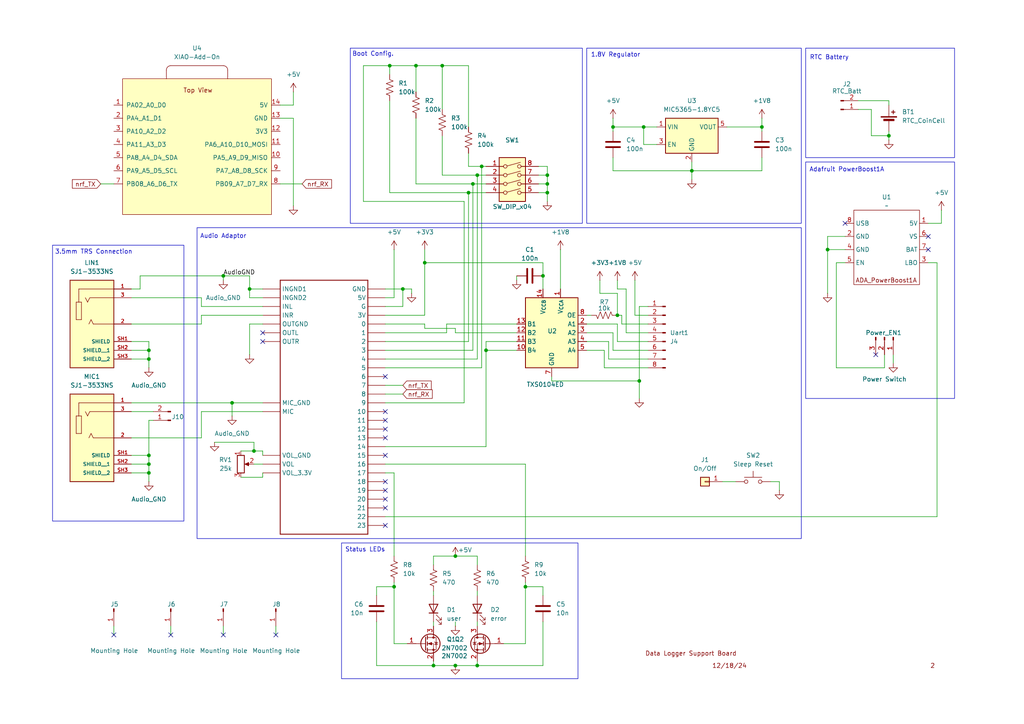
<source format=kicad_sch>
(kicad_sch (version 20250114) (generator "eeschema") (generator_version "9.0")
  (paper "A4")
  (lib_symbols
    (symbol "Audio:SJ1-3533NS" (pin_names (offset 1.016))
      (property "Reference" "J" (at -7.7005 10.9756 0))
      (property "Value" "SJ1-3533NS" (at -7.6873 -17.8265 0))
      (symbol "SJ1-3533NS_0_0"
        (pin passive line (at 10.16 7.62 180) (length 5.08) (name "~") (number "1"))
        (pin passive line (at 10.16 5.08 180) (length 5.08) (name "~") (number "3"))
        (pin passive line (at 10.16 -2.54 180) (length 5.08) (name "~") (number "2"))
        (pin passive line (at 10.16 -7.62 180) (length 5.08) (name "SHIELD") (number "SH1"))
        (pin passive line (at 10.16 -10.16 180) (length 5.08) (name "SHIELD__1") (number "SH2"))
        (pin passive line (at 10.16 -12.7 180) (length 5.08) (name "SHIELD__2") (number "SH3"))
      )
    )
    (symbol "Connector:Conn_01x01_Pin" (pin_names (offset 1.016) (hide yes))
      (property "Reference" "J" (at 0 2.54 0))
      (property "Value" "Conn_01x01_Pin" (at 0 -2.54 0))
      (symbol "Conn_01x01_Pin_1_1"
        (pin passive line (at 5.08 0 180) (length 3.81) (name "Pin_1") (number "1"))
      )
    )
    (symbol "Connector:Conn_01x02_Pin" (pin_names (offset 1.016) (hide yes))
      (property "Reference" "J" (at 0 2.54 0))
      (property "Value" "Conn_01x02_Pin" (at 0 -5.08 0))
      (symbol "Conn_01x02_Pin_1_1"
        (pin passive line (at 5.08 0 180) (length 3.81) (name "Pin_1") (number "1"))
        (pin passive line (at 5.08 -2.54 180) (length 3.81) (name "Pin_2") (number "2"))
      )
    )
    (symbol "Connector:Conn_01x03_Pin" (pin_names (offset 1.016) (hide yes))
      (property "Reference" "J" (at 0 5.08 0))
      (property "Value" "Conn_01x03_Pin" (at 0 -5.08 0))
      (symbol "Conn_01x03_Pin_1_1"
        (pin passive line (at 5.08 2.54 180) (length 3.81) (name "Pin_1") (number "1"))
        (pin passive line (at 5.08 0 180) (length 3.81) (name "Pin_2") (number "2"))
        (pin passive line (at 5.08 -2.54 180) (length 3.81) (name "Pin_3") (number "3"))
      )
    )
    (symbol "Connector:Conn_01x08_Pin" (pin_names (offset 1.016) (hide yes))
      (property "Reference" "J" (at 0 10.16 0))
      (property "Value" "Conn_01x08_Pin" (at 0 -12.7 0))
      (symbol "Conn_01x08_Pin_1_1"
        (pin passive line (at 5.08 7.62 180) (length 3.81) (name "Pin_1") (number "1"))
        (pin passive line (at 5.08 5.08 180) (length 3.81) (name "Pin_2") (number "2"))
        (pin passive line (at 5.08 2.54 180) (length 3.81) (name "Pin_3") (number "3"))
        (pin passive line (at 5.08 0 180) (length 3.81) (name "Pin_4") (number "4"))
        (pin passive line (at 5.08 -2.54 180) (length 3.81) (name "Pin_5") (number "5"))
        (pin passive line (at 5.08 -5.08 180) (length 3.81) (name "Pin_6") (number "6"))
        (pin passive line (at 5.08 -7.62 180) (length 3.81) (name "Pin_7") (number "7"))
        (pin passive line (at 5.08 -10.16 180) (length 3.81) (name "Pin_8") (number "8"))
      )
    )
    (symbol "Connector_Generic:Conn_01x01" (pin_names (offset 1.016) (hide yes))
      (property "Reference" "J" (at 0 2.54 0))
      (property "Value" "Conn_01x01" (at 0 -2.54 0))
      (symbol "Conn_01x01_1_1"
        (pin passive line (at -5.08 0 0) (length 3.81) (name "Pin_1") (number "1"))
      )
    )
    (symbol "Dev_Boards:AUDIOSHIELD"
      (symbol "AUDIOSHIELD_1_0"
        (pin bidirectional line (at -17.78 35.56 0) (length 5.08) (name "GND") (number "GND"))
        (pin bidirectional line (at -17.78 33.02 0) (length 5.08) (name "5V") (number "5V"))
        (pin bidirectional line (at -17.78 30.48 0) (length 5.08) (name "G") (number "G"))
        (pin bidirectional line (at -17.78 27.94 0) (length 5.08) (name "3V") (number "3V"))
        (pin bidirectional line (at -17.78 25.4 0) (length 5.08) (name "0") (number "0"))
        (pin bidirectional line (at -17.78 22.86 0) (length 5.08) (name "1") (number "1"))
        (pin bidirectional line (at -17.78 20.32 0) (length 5.08) (name "2") (number "2"))
        (pin bidirectional line (at -17.78 17.78 0) (length 5.08) (name "3") (number "3"))
        (pin bidirectional line (at -17.78 15.24 0) (length 5.08) (name "4") (number "4"))
        (pin bidirectional line (at -17.78 12.7 0) (length 5.08) (name "5") (number "5"))
        (pin bidirectional line (at -17.78 10.16 0) (length 5.08) (name "6") (number "6"))
        (pin bidirectional line (at -17.78 7.62 0) (length 5.08) (name "7") (number "7"))
        (pin bidirectional line (at -17.78 5.08 0) (length 5.08) (name "8") (number "8"))
        (pin bidirectional line (at -17.78 2.54 0) (length 5.08) (name "9") (number "9"))
        (pin bidirectional line (at -17.78 0 0) (length 5.08) (name "10") (number "10"))
        (pin bidirectional line (at -17.78 -2.54 0) (length 5.08) (name "11") (number "11"))
        (pin bidirectional line (at -17.78 -5.08 0) (length 5.08) (name "12") (number "12"))
        (pin bidirectional line (at -17.78 -7.62 0) (length 5.08) (name "13") (number "13"))
        (pin bidirectional line (at -17.78 -10.16 0) (length 5.08) (name "14") (number "14"))
        (pin bidirectional line (at -17.78 -12.7 0) (length 5.08) (name "15") (number "15"))
        (pin bidirectional line (at -17.78 -15.24 0) (length 5.08) (name "16") (number "16"))
        (pin bidirectional line (at -17.78 -17.78 0) (length 5.08) (name "17") (number "17"))
        (pin bidirectional line (at -17.78 -20.32 0) (length 5.08) (name "18") (number "18"))
        (pin bidirectional line (at -17.78 -22.86 0) (length 5.08) (name "19") (number "19"))
        (pin bidirectional line (at -17.78 -25.4 0) (length 5.08) (name "20") (number "20"))
        (pin bidirectional line (at -17.78 -27.94 0) (length 5.08) (name "21") (number "21"))
        (pin bidirectional line (at -17.78 -30.48 0) (length 5.08) (name "22") (number "22"))
        (pin bidirectional line (at -17.78 -33.02 0) (length 5.08) (name "23") (number "23"))
        (pin bidirectional line (at 17.78 35.56 180) (length 5.08) (name "INGND1") (number "INGND1"))
        (pin bidirectional line (at 17.78 33.02 180) (length 5.08) (name "INGND2") (number "INGND2"))
        (pin input line (at 17.78 30.48 180) (length 5.08) (name "INL") (number "INL"))
        (pin input line (at 17.78 27.94 180) (length 5.08) (name "INR") (number "INR"))
        (pin bidirectional line (at 17.78 25.4 180) (length 5.08) (name "OUTGND") (number "OUTGND"))
        (pin output line (at 17.78 22.86 180) (length 5.08) (name "OUTL") (number "OUTL"))
        (pin output line (at 17.78 20.32 180) (length 5.08) (name "OUTR") (number "OUTR"))
        (pin bidirectional line (at 17.78 2.54 180) (length 5.08) (name "MIC_GND") (number "GND_MIC"))
        (pin input line (at 17.78 0 180) (length 5.08) (name "MIC") (number "MIC"))
        (pin bidirectional line (at 17.78 -12.7 180) (length 5.08) (name "VOL_GND") (number "VOL_GND"))
        (pin input line (at 17.78 -15.24 180) (length 5.08) (name "VOL") (number "VOL"))
        (pin bidirectional line (at 17.78 -17.78 180) (length 5.08) (name "VOL_3.3V") (number "VOL_3.3V"))
      )
    )
    (symbol "Dev_Boards:Ada_PWRboost1A"
      (property "Reference" "U" (at 1.016 8.89 0))
      (symbol "Ada_PWRboost1A_1_1"
        (text "ADA_PowerBoost1A" (at 1.778 -12.7 0) (effects (font (size 1.27 1.27))))
        (pin power_in line (at -10.16 3.81 0) (length 2.54) (name "USB") (number "8"))
        (pin power_in line (at -10.16 0 0) (length 2.54) (name "GND") (number "2"))
        (pin power_in line (at -10.16 -3.81 0) (length 2.54) (name "GND") (number "4"))
        (pin input line (at -10.16 -7.62 0) (length 2.54) (name "EN") (number "5"))
        (pin power_out line (at 13.97 3.81 180) (length 2.54) (name "5V") (number "1"))
        (pin power_out line (at 13.97 0 180) (length 2.54) (name "VS") (number "6"))
        (pin power_out line (at 13.97 -3.81 180) (length 2.54) (name "BAT") (number "7"))
        (pin output line (at 13.97 -7.62 180) (length 2.54) (name "LBO") (number "3"))
      )
    )
    (symbol "Device:Battery_Cell" (pin_numbers (hide yes)) (pin_names (offset 0) (hide yes))
      (property "Reference" "BT" (at 2.54 2.54 0))
      (property "Value" "Battery_Cell" (at 2.54 0 0))
      (symbol "Battery_Cell_1_1"
        (pin passive line (at 0 5.08 270) (length 2.54) (name "+") (number "1"))
        (pin passive line (at 0 -2.54 90) (length 2.54) (name "-") (number "2"))
      )
    )
    (symbol "Device:C" (pin_numbers (hide yes)) (pin_names (offset 0.254))
      (property "Reference" "C" (at 0.635 2.54 0))
      (property "Value" "C" (at 0.635 -2.54 0))
      (symbol "C_1_1"
        (pin passive line (at 0 3.81 270) (length 2.794) (name "~") (number "1"))
        (pin passive line (at 0 -3.81 90) (length 2.794) (name "~") (number "2"))
      )
    )
    (symbol "Device:LED" (pin_numbers (hide yes)) (pin_names (offset 1.016) (hide yes))
      (property "Reference" "D" (at 0 2.54 0))
      (property "Value" "LED" (at 0 -2.54 0))
      (symbol "LED_1_1"
        (pin passive line (at -3.81 0 0) (length 2.54) (name "K") (number "1"))
        (pin passive line (at 3.81 0 180) (length 2.54) (name "A") (number "2"))
      )
    )
    (symbol "Device:R_Potentiometer" (pin_names (offset 1.016) (hide yes))
      (property "Reference" "RV" (at -4.445 0 90))
      (property "Value" "R_Potentiometer" (at -2.54 0 90))
      (symbol "R_Potentiometer_1_1"
        (pin passive line (at 0 3.81 270) (length 1.27) (name "1") (number "1"))
        (pin passive line (at 0 -3.81 90) (length 1.27) (name "3") (number "3"))
        (pin passive line (at 3.81 0 180) (length 1.27) (name "2") (number "2"))
      )
    )
    (symbol "Device:R_US" (pin_numbers (hide yes)) (pin_names (offset 0))
      (property "Reference" "R" (at 2.54 0 90))
      (property "Value" "R_US" (at -2.54 0 90))
      (symbol "R_US_1_1"
        (pin passive line (at 0 3.81 270) (length 1.27) (name "~") (number "1"))
        (pin passive line (at 0 -3.81 90) (length 1.27) (name "~") (number "2"))
      )
    )
    (symbol "Logic_LevelTranslator:TXS0104ED"
      (property "Reference" "U" (at -7.62 11.43 0))
      (property "Value" "TXS0104ED" (at 3.81 11.43 0))
      (symbol "TXS0104ED_1_0"
        (pin no_connect line (at -7.62 -7.62 0) (length 2.54) (hide yes) (name "NC") (number "6"))
        (pin no_connect line (at 7.62 -7.62 180) (length 2.54) (hide yes) (name "NC") (number "9"))
      )
      (symbol "TXS0104ED_1_1"
        (pin input line (at -10.16 5.08 0) (length 2.54) (name "OE") (number "8"))
        (pin bidirectional line (at -10.16 2.54 0) (length 2.54) (name "A1") (number "2"))
        (pin bidirectional line (at -10.16 0 0) (length 2.54) (name "A2") (number "3"))
        (pin bidirectional line (at -10.16 -2.54 0) (length 2.54) (name "A3") (number "4"))
        (pin bidirectional line (at -10.16 -5.08 0) (length 2.54) (name "A4") (number "5"))
        (pin power_in line (at -2.54 12.7 270) (length 2.54) (name "V_{CCA}") (number "1"))
        (pin power_in line (at 0 -12.7 90) (length 2.54) (name "GND") (number "7"))
        (pin power_in line (at 2.54 12.7 270) (length 2.54) (name "V_{CCB}") (number "14"))
        (pin bidirectional line (at 10.16 2.54 180) (length 2.54) (name "B1") (number "13"))
        (pin bidirectional line (at 10.16 0 180) (length 2.54) (name "B2") (number "12"))
        (pin bidirectional line (at 10.16 -2.54 180) (length 2.54) (name "B3") (number "11"))
        (pin bidirectional line (at 10.16 -5.08 180) (length 2.54) (name "B4") (number "10"))
      )
    )
    (symbol "Project_Symbol_Lib:XIAO-Add-on" (pin_names (offset 1.016))
      (property "Reference" "U" (at -21.336 19.05 0))
      (property "Value" "XIAO-Add-On" (at -11.176 -23.368 0))
      (symbol "XIAO-Add-on_1_0"
        (pin passive line (at -24.13 10.16 0) (length 2.54) (name "PA02_A0_D0") (number "1"))
        (pin passive line (at -24.13 6.35 0) (length 2.54) (name "PA4_A1_D1") (number "2"))
        (pin passive line (at -24.13 2.54 0) (length 2.54) (name "PA10_A2_D2") (number "3"))
        (pin passive line (at -24.13 -1.27 0) (length 2.54) (name "PA11_A3_D3") (number "4"))
        (pin passive line (at -24.13 -5.08 0) (length 2.54) (name "PA8_A4_D4_SDA") (number "5"))
        (pin passive line (at -24.13 -8.89 0) (length 2.54) (name "PA9_A5_D5_SCL") (number "6"))
        (pin passive line (at -24.13 -12.7 0) (length 2.54) (name "PB08_A6_D6_TX") (number "7"))
        (pin passive line (at 24.13 10.16 180) (length 2.54) (name "5V") (number "14"))
        (pin passive line (at 24.13 6.35 180) (length 2.54) (name "GND") (number "13"))
        (pin passive line (at 24.13 2.54 180) (length 2.54) (name "3V3") (number "12"))
        (pin passive line (at 24.13 -1.27 180) (length 2.54) (name "PA6_A10_D10_MOSI") (number "11"))
        (pin passive line (at 24.13 -5.08 180) (length 2.54) (name "PA5_A9_D9_MISO") (number "10"))
        (pin passive line (at 24.13 -8.89 180) (length 2.54) (name "PA7_A8_D8_SCK") (number "9"))
        (pin passive line (at 24.13 -12.7 180) (length 2.54) (name "PB09_A7_D7_RX") (number "8"))
      )
      (symbol "XIAO-Add-on_1_1"
        (text "Top View" (at 0.254 14.478 0) (effects (font (size 1.27 1.27))))
      )
    )
    (symbol "Regulator_Linear:MIC5365-3.3YC5"
      (property "Reference" "U" (at -6.35 6.35 0))
      (property "Value" "MIC5365-3.3YC5" (at 0 6.35 0))
      (symbol "MIC5365-3.3YC5_1_1"
        (pin power_in line (at -10.16 2.54 0) (length 2.54) (name "VIN") (number "1"))
        (pin input line (at -10.16 -2.54 0) (length 2.54) (name "EN") (number "3"))
        (pin power_in line (at 0 -7.62 90) (length 2.54) (name "GND") (number "2"))
        (pin no_connect line (at 7.62 -2.54 180) (length 2.54) (hide yes) (name "NC") (number "4"))
        (pin power_out line (at 10.16 2.54 180) (length 2.54) (name "VOUT") (number "5"))
      )
    )
    (symbol "Switch:SW_DIP_x04" (pin_names (offset 0) (hide yes))
      (property "Reference" "SW" (at 0 8.89 0))
      (property "Value" "SW_DIP_x04" (at 0 -6.35 0))
      (symbol "SW_DIP_x04_1_1"
        (pin passive line (at -7.62 5.08 0) (length 5.08) (name "~") (number "1"))
        (pin passive line (at -7.62 2.54 0) (length 5.08) (name "~") (number "2"))
        (pin passive line (at -7.62 0 0) (length 5.08) (name "~") (number "3"))
        (pin passive line (at -7.62 -2.54 0) (length 5.08) (name "~") (number "4"))
        (pin passive line (at 7.62 5.08 180) (length 5.08) (name "~") (number "8"))
        (pin passive line (at 7.62 2.54 180) (length 5.08) (name "~") (number "7"))
        (pin passive line (at 7.62 0 180) (length 5.08) (name "~") (number "6"))
        (pin passive line (at 7.62 -2.54 180) (length 5.08) (name "~") (number "5"))
      )
    )
    (symbol "Switch:SW_Push" (pin_numbers (hide yes)) (pin_names (offset 1.016) (hide yes))
      (property "Reference" "SW" (at 1.27 2.54 0))
      (property "Value" "SW_Push" (at 0 -1.524 0))
      (symbol "SW_Push_0_1"
        (pin passive line (at -5.08 0 0) (length 2.54) (name "1") (number "1"))
        (pin passive line (at 5.08 0 180) (length 2.54) (name "2") (number "2"))
      )
    )
    (symbol "Transistor_FET:2N7002" (pin_names (hide yes))
      (property "Reference" "Q" (at 5.08 1.905 0))
      (property "Value" "2N7002" (at 5.08 0 0))
      (symbol "2N7002_1_1"
        (pin input line (at -5.08 0 0) (length 2.54) (name "G") (number "1"))
        (pin passive line (at 2.54 5.08 270) (length 2.54) (name "D") (number "3"))
        (pin passive line (at 2.54 -5.08 90) (length 2.54) (name "S") (number "2"))
      )
    )
    (symbol "power:+1V8" (power) (pin_numbers (hide yes)) (pin_names (offset 0) (hide yes))
      (property "Value" "+1V8" (at 0 3.556 0))
      (symbol "+1V8_1_1"
        (pin power_in line (at 0 0 90) (length 0) (name "~") (number "1"))
      )
    )
    (symbol "power:+3V3" (power) (pin_numbers (hide yes)) (pin_names (offset 0) (hide yes))
      (property "Value" "+3V3" (at 0 3.556 0))
      (symbol "+3V3_1_1"
        (pin power_in line (at 0 0 90) (length 0) (name "~") (number "1"))
      )
    )
    (symbol "power:+5V" (power) (pin_numbers (hide yes)) (pin_names (offset 0) (hide yes))
      (property "Value" "+5V" (at 0 3.556 0))
      (symbol "+5V_1_1"
        (pin power_in line (at 0 0 90) (length 0) (name "~") (number "1"))
      )
    )
    (symbol "power:GND" (power) (pin_numbers (hide yes)) (pin_names (offset 0) (hide yes))
      (property "Value" "GND" (at 0 -3.81 0))
      (symbol "GND_1_1"
        (pin power_in line (at 0 0 270) (length 0) (name "~") (number "1"))
      )
    )
    (symbol "power:GND1" (power) (pin_numbers (hide yes)) (pin_names (offset 0) (hide yes))
      (property "Value" "GND1" (at 0 -3.81 0))
      (symbol "GND1_1_1"
        (pin power_in line (at 0 0 270) (length 0) (name "~") (number "1"))
      )
    )
  )
  (rectangle (start 99.06 157.48) (end 167.64 196.85))
  (rectangle (start 233.68 13.97) (end 276.86 45.72))
  (rectangle (start 170.18 13.97) (end 232.41 64.77))
  (rectangle (start 57.15 66.04) (end 232.41 156.21))
  (rectangle (start 233.68 46.99) (end 276.86 115.57))
  (rectangle (start 15.24 71.12) (end 53.34 151.13))
  (rectangle (start 101.6 13.97) (end 168.91 64.77))
  (text "Status LEDs" (at 105.918 159.512 0) (effects (font (size 1.27 1.27))))
  (text "3.5mm TRS Connection\n" (at 27.178 73.152 0) (effects (font (size 1.27 1.27))))
  (text "12/18/24" (at 211.582 193.294 0) (effects (font (size 1.27 1.27))))
  (text "Adafruit PowerBoost1A" (at 245.618 49.276 0) (effects (font (size 1.27 1.27))))
  (text "RTC Battery" (at 240.538 16.764 0) (effects (font (size 1.27 1.27))))
  (text "Audio Adaptor\n" (at 64.77 68.58 0) (effects (font (size 1.27 1.27))))
  (text "Boot Config." (at 108.204 15.748 0) (effects (font (size 1.27 1.27))))
  (text "1.8V Regulator" (at 178.562 16.002 0) (effects (font (size 1.27 1.27))))
  (text "2\n" (at 270.51 193.294 0) (effects (font (size 1.27 1.27))))
  (text "Data Logger Support Board" (at 200.406 189.738 0) (effects (font (size 1.27 1.27))))
  (junction (at 158.75 53.34))
  (junction (at 257.81 39.37))
  (junction (at 158.75 50.8))
  (junction (at 120.65 19.05))
  (junction (at 116.84 83.82))
  (junction (at 73.66 130.81))
  (junction (at 67.31 116.84))
  (junction (at 132.08 193.04))
  (junction (at 138.43 50.8))
  (junction (at 123.19 76.2))
  (junction (at 240.03 72.39))
  (junction (at 64.77 80.01))
  (junction (at 220.98 36.83))
  (junction (at 113.03 19.05))
  (junction (at 158.75 55.88))
  (junction (at 43.18 101.6))
  (junction (at 137.16 53.34))
  (junction (at 200.66 49.53))
  (junction (at 132.08 161.29))
  (junction (at 139.7 48.26))
  (junction (at 43.18 132.08))
  (junction (at 43.18 134.62))
  (junction (at 72.39 83.82))
  (junction (at 185.42 110.49))
  (junction (at 177.8 36.83))
  (junction (at 43.18 137.16))
  (junction (at 186.69 36.83))
  (junction (at 128.27 19.05))
  (junction (at 138.43 193.04))
  (junction (at 114.3 170.18))
  (junction (at 135.89 55.88))
  (junction (at 179.07 91.44))
  (junction (at 157.48 80.01))
  (junction (at 152.4 170.18))
  (junction (at 125.73 193.04))
  (junction (at 140.97 101.6))
  (junction (at 43.18 104.14))
  (no_connect (at 76.2 96.52))
  (no_connect (at 111.76 144.78))
  (no_connect (at 269.24 68.58))
  (no_connect (at 269.24 72.39))
  (no_connect (at 245.11 64.77))
  (no_connect (at 111.76 127))
  (no_connect (at 33.02 184.15))
  (no_connect (at 111.76 147.32))
  (no_connect (at 49.53 184.15))
  (no_connect (at 111.76 142.24))
  (no_connect (at 111.76 124.46))
  (no_connect (at 64.77 184.15))
  (no_connect (at 111.76 152.4))
  (no_connect (at 111.76 132.08))
  (no_connect (at 111.76 109.22))
  (no_connect (at 111.76 121.92))
  (no_connect (at 76.2 99.06))
  (no_connect (at 111.76 119.38))
  (no_connect (at 80.01 184.15))
  (no_connect (at 111.76 139.7))
  (no_connect (at 254 102.87))
  (wire (pts (xy 173.99 85.09) (xy 179.07 85.09)))
  (wire (pts (xy 137.16 53.34) (xy 140.97 53.34)))
  (wire (pts (xy 111.76 111.76) (xy 116.84 111.76)))
  (wire (pts (xy 156.21 50.8) (xy 158.75 50.8)))
  (wire (pts (xy 220.98 34.29) (xy 220.98 36.83)))
  (wire (pts (xy 179.07 93.98) (xy 170.18 93.98)))
  (wire (pts (xy 140.97 99.06) (xy 149.86 99.06)))
  (wire (pts (xy 72.39 80.01) (xy 72.39 83.82)))
  (wire (pts (xy 158.75 53.34) (xy 158.75 55.88)))
  (wire (pts (xy 132.08 180.34) (xy 132.08 181.61)))
  (wire (pts (xy 186.69 36.83) (xy 177.8 36.83)))
  (wire (pts (xy 135.89 55.88) (xy 140.97 55.88)))
  (wire (pts (xy 111.76 96.52) (xy 129.54 96.52)))
  (wire (pts (xy 257.81 29.21) (xy 257.81 30.48)))
  (wire (pts (xy 116.84 88.9) (xy 116.84 83.82)))
  (wire (pts (xy 116.84 83.82) (xy 119.38 83.82)))
  (wire (pts (xy 111.76 137.16) (xy 114.3 137.16)))
  (wire (pts (xy 81.28 34.29) (xy 85.09 34.29)))
  (wire (pts (xy 38.1 134.62) (xy 43.18 134.62)))
  (wire (pts (xy 210.82 36.83) (xy 220.98 36.83)))
  (wire (pts (xy 269.24 64.77) (xy 273.05 64.77)))
  (wire (pts (xy 173.99 81.28) (xy 173.99 85.09)))
  (wire (pts (xy 111.76 101.6) (xy 137.16 101.6)))
  (wire (pts (xy 43.18 137.16) (xy 43.18 139.7)))
  (wire (pts (xy 181.61 96.52) (xy 181.61 83.82)))
  (wire (pts (xy 138.43 193.04) (xy 157.48 193.04)))
  (wire (pts (xy 269.24 76.2) (xy 271.78 76.2)))
  (wire (pts (xy 62.23 128.27) (xy 73.66 128.27)))
  (wire (pts (xy 181.61 83.82) (xy 179.07 83.82)))
  (wire (pts (xy 85.09 30.48) (xy 85.09 26.67)))
  (wire (pts (xy 245.11 68.58) (xy 240.03 68.58)))
  (wire (pts (xy 120.65 53.34) (xy 137.16 53.34)))
  (wire (pts (xy 72.39 83.82) (xy 72.39 86.36)))
  (wire (pts (xy 185.42 88.9) (xy 185.42 110.49)))
  (wire (pts (xy 114.3 170.18) (xy 114.3 186.69)))
  (wire (pts (xy 138.43 161.29) (xy 138.43 163.83)))
  (wire (pts (xy 177.8 101.6) (xy 177.8 96.52)))
  (wire (pts (xy 259.08 102.87) (xy 259.08 105.41)))
  (wire (pts (xy 209.55 139.7) (xy 213.36 139.7)))
  (wire (pts (xy 58.42 127) (xy 58.42 119.38)))
  (wire (pts (xy 157.48 180.34) (xy 157.48 193.04)))
  (wire (pts (xy 111.76 86.36) (xy 114.3 86.36)))
  (wire (pts (xy 73.66 130.81) (xy 76.2 130.81)))
  (wire (pts (xy 139.7 48.26) (xy 139.7 106.68)))
  (wire (pts (xy 123.19 76.2) (xy 157.48 76.2)))
  (wire (pts (xy 125.73 193.04) (xy 132.08 193.04)))
  (wire (pts (xy 200.66 49.53) (xy 220.98 49.53)))
  (wire (pts (xy 158.75 50.8) (xy 158.75 53.34)))
  (wire (pts (xy 177.8 96.52) (xy 170.18 96.52)))
  (wire (pts (xy 179.07 85.09) (xy 179.07 91.44)))
  (wire (pts (xy 149.86 80.01) (xy 149.86 81.28)))
  (wire (pts (xy 76.2 93.98) (xy 72.39 93.98)))
  (wire (pts (xy 113.03 19.05) (xy 120.65 19.05)))
  (wire (pts (xy 38.1 101.6) (xy 43.18 101.6)))
  (wire (pts (xy 67.31 116.84) (xy 76.2 116.84)))
  (wire (pts (xy 220.98 49.53) (xy 220.98 45.72)))
  (wire (pts (xy 109.22 180.34) (xy 109.22 193.04)))
  (wire (pts (xy 72.39 93.98) (xy 72.39 102.87)))
  (wire (pts (xy 38.1 119.38) (xy 44.45 119.38)))
  (wire (pts (xy 73.66 134.62) (xy 76.2 134.62)))
  (wire (pts (xy 187.96 104.14) (xy 176.53 104.14)))
  (wire (pts (xy 111.76 91.44) (xy 123.19 91.44)))
  (wire (pts (xy 58.42 119.38) (xy 76.2 119.38)))
  (wire (pts (xy 177.8 49.53) (xy 200.66 49.53)))
  (wire (pts (xy 175.26 106.68) (xy 175.26 101.6)))
  (wire (pts (xy 156.21 48.26) (xy 158.75 48.26)))
  (wire (pts (xy 38.1 83.82) (xy 40.64 83.82)))
  (wire (pts (xy 157.48 172.72) (xy 157.48 170.18)))
  (wire (pts (xy 176.53 104.14) (xy 176.53 99.06)))
  (wire (pts (xy 111.76 106.68) (xy 139.7 106.68)))
  (wire (pts (xy 105.41 19.05) (xy 113.03 19.05)))
  (wire (pts (xy 152.4 170.18) (xy 157.48 170.18)))
  (wire (pts (xy 43.18 134.62) (xy 43.18 137.16)))
  (wire (pts (xy 111.76 134.62) (xy 152.4 134.62)))
  (wire (pts (xy 187.96 99.06) (xy 179.07 99.06)))
  (wire (pts (xy 177.8 34.29) (xy 177.8 36.83)))
  (wire (pts (xy 242.57 76.2) (xy 242.57 106.68)))
  (wire (pts (xy 111.76 104.14) (xy 138.43 104.14)))
  (wire (pts (xy 111.76 99.06) (xy 135.89 99.06)))
  (wire (pts (xy 111.76 114.3) (xy 116.84 114.3)))
  (wire (pts (xy 67.31 116.84) (xy 67.31 120.65)))
  (wire (pts (xy 139.7 48.26) (xy 140.97 48.26)))
  (wire (pts (xy 180.34 93.98) (xy 180.34 91.44)))
  (wire (pts (xy 128.27 50.8) (xy 138.43 50.8)))
  (wire (pts (xy 123.19 93.98) (xy 123.19 95.25)))
  (wire (pts (xy 138.43 50.8) (xy 140.97 50.8)))
  (wire (pts (xy 242.57 106.68) (xy 256.54 106.68)))
  (wire (pts (xy 125.73 161.29) (xy 125.73 163.83)))
  (wire (pts (xy 257.81 38.1) (xy 257.81 39.37)))
  (wire (pts (xy 157.48 80.01) (xy 157.48 76.2)))
  (wire (pts (xy 43.18 104.14) (xy 43.18 106.68)))
  (wire (pts (xy 132.08 193.04) (xy 138.43 193.04)))
  (wire (pts (xy 187.96 96.52) (xy 181.61 96.52)))
  (wire (pts (xy 157.48 80.01) (xy 157.48 83.82)))
  (wire (pts (xy 248.92 31.75) (xy 252.73 31.75)))
  (wire (pts (xy 177.8 36.83) (xy 177.8 38.1)))
  (wire (pts (xy 114.3 86.36) (xy 114.3 72.39)))
  (wire (pts (xy 40.64 80.01) (xy 64.77 80.01)))
  (wire (pts (xy 271.78 149.86) (xy 111.76 149.86)))
  (wire (pts (xy 114.3 168.91) (xy 114.3 170.18)))
  (wire (pts (xy 125.73 191.77) (xy 125.73 193.04)))
  (wire (pts (xy 180.34 91.44) (xy 179.07 91.44)))
  (wire (pts (xy 33.02 181.61) (xy 33.02 184.15)))
  (wire (pts (xy 175.26 101.6) (xy 170.18 101.6)))
  (wire (pts (xy 200.66 46.99) (xy 200.66 49.53)))
  (wire (pts (xy 132.08 161.29) (xy 138.43 161.29)))
  (wire (pts (xy 158.75 48.26) (xy 158.75 50.8)))
  (wire (pts (xy 257.81 39.37) (xy 257.81 40.64)))
  (wire (pts (xy 113.03 55.88) (xy 135.89 55.88)))
  (wire (pts (xy 187.96 91.44) (xy 184.15 91.44)))
  (wire (pts (xy 111.76 83.82) (xy 116.84 83.82)))
  (wire (pts (xy 111.76 116.84) (xy 134.62 116.84)))
  (wire (pts (xy 119.38 83.82) (xy 119.38 85.09)))
  (wire (pts (xy 187.96 93.98) (xy 180.34 93.98)))
  (wire (pts (xy 152.4 168.91) (xy 152.4 170.18)))
  (wire (pts (xy 256.54 106.68) (xy 256.54 102.87)))
  (wire (pts (xy 111.76 93.98) (xy 123.19 93.98)))
  (wire (pts (xy 81.28 53.34) (xy 87.63 53.34)))
  (wire (pts (xy 187.96 106.68) (xy 175.26 106.68)))
  (wire (pts (xy 118.11 186.69) (xy 114.3 186.69)))
  (wire (pts (xy 160.02 110.49) (xy 185.42 110.49)))
  (wire (pts (xy 248.92 29.21) (xy 257.81 29.21)))
  (wire (pts (xy 200.66 49.53) (xy 200.66 52.07)))
  (wire (pts (xy 76.2 86.36) (xy 72.39 86.36)))
  (wire (pts (xy 134.62 58.42) (xy 134.62 116.84)))
  (wire (pts (xy 29.21 53.34) (xy 33.02 53.34)))
  (wire (pts (xy 190.5 36.83) (xy 186.69 36.83)))
  (wire (pts (xy 177.8 45.72) (xy 177.8 49.53)))
  (wire (pts (xy 40.64 83.82) (xy 40.64 80.01)))
  (wire (pts (xy 64.77 81.28) (xy 64.77 80.01)))
  (wire (pts (xy 69.85 130.81) (xy 73.66 130.81)))
  (wire (pts (xy 123.19 95.25) (xy 132.08 95.25)))
  (wire (pts (xy 135.89 55.88) (xy 135.89 99.06)))
  (wire (pts (xy 220.98 36.83) (xy 220.98 38.1)))
  (wire (pts (xy 223.52 139.7) (xy 226.06 139.7)))
  (wire (pts (xy 190.5 41.91) (xy 186.69 41.91)))
  (wire (pts (xy 179.07 83.82) (xy 179.07 81.28)))
  (wire (pts (xy 132.08 96.52) (xy 149.86 96.52)))
  (wire (pts (xy 64.77 181.61) (xy 64.77 184.15)))
  (wire (pts (xy 185.42 110.49) (xy 185.42 115.57)))
  (wire (pts (xy 187.96 101.6) (xy 177.8 101.6)))
  (wire (pts (xy 69.85 138.43) (xy 76.2 138.43)))
  (wire (pts (xy 64.77 80.01) (xy 72.39 80.01)))
  (wire (pts (xy 38.1 93.98) (xy 58.42 93.98)))
  (wire (pts (xy 158.75 55.88) (xy 158.75 58.42)))
  (wire (pts (xy 109.22 170.18) (xy 114.3 170.18)))
  (wire (pts (xy 43.18 121.92) (xy 43.18 132.08)))
  (wire (pts (xy 111.76 88.9) (xy 116.84 88.9)))
  (wire (pts (xy 38.1 116.84) (xy 67.31 116.84)))
  (wire (pts (xy 109.22 172.72) (xy 109.22 170.18)))
  (wire (pts (xy 135.89 48.26) (xy 139.7 48.26)))
  (wire (pts (xy 129.54 93.98) (xy 129.54 96.52)))
  (wire (pts (xy 135.89 19.05) (xy 135.89 36.83)))
  (wire (pts (xy 128.27 50.8) (xy 128.27 39.37)))
  (wire (pts (xy 170.18 91.44) (xy 171.45 91.44)))
  (wire (pts (xy 138.43 191.77) (xy 138.43 193.04)))
  (wire (pts (xy 140.97 99.06) (xy 140.97 101.6)))
  (wire (pts (xy 140.97 101.6) (xy 140.97 129.54)))
  (wire (pts (xy 58.42 88.9) (xy 76.2 88.9)))
  (wire (pts (xy 128.27 19.05) (xy 135.89 19.05)))
  (wire (pts (xy 273.05 60.96) (xy 273.05 64.77)))
  (wire (pts (xy 76.2 130.81) (xy 76.2 132.08)))
  (wire (pts (xy 38.1 137.16) (xy 43.18 137.16)))
  (wire (pts (xy 125.73 161.29) (xy 132.08 161.29)))
  (wire (pts (xy 138.43 180.34) (xy 138.43 181.61)))
  (wire (pts (xy 113.03 55.88) (xy 113.03 29.21)))
  (wire (pts (xy 226.06 139.7) (xy 226.06 142.24)))
  (wire (pts (xy 58.42 93.98) (xy 58.42 91.44)))
  (wire (pts (xy 140.97 101.6) (xy 149.86 101.6)))
  (wire (pts (xy 156.21 55.88) (xy 158.75 55.88)))
  (wire (pts (xy 73.66 128.27) (xy 73.66 130.81)))
  (wire (pts (xy 125.73 180.34) (xy 125.73 181.61)))
  (wire (pts (xy 128.27 19.05) (xy 128.27 31.75)))
  (wire (pts (xy 58.42 88.9) (xy 58.42 86.36)))
  (wire (pts (xy 113.03 21.59) (xy 113.03 19.05)))
  (wire (pts (xy 38.1 104.14) (xy 43.18 104.14)))
  (wire (pts (xy 134.62 58.42) (xy 105.41 58.42)))
  (wire (pts (xy 252.73 39.37) (xy 257.81 39.37)))
  (wire (pts (xy 125.73 171.45) (xy 125.73 172.72)))
  (wire (pts (xy 114.3 137.16) (xy 114.3 161.29)))
  (wire (pts (xy 120.65 19.05) (xy 120.65 26.67)))
  (wire (pts (xy 187.96 88.9) (xy 185.42 88.9)))
  (wire (pts (xy 120.65 53.34) (xy 120.65 34.29)))
  (wire (pts (xy 240.03 68.58) (xy 240.03 72.39)))
  (wire (pts (xy 43.18 101.6) (xy 43.18 104.14)))
  (wire (pts (xy 120.65 19.05) (xy 128.27 19.05)))
  (wire (pts (xy 38.1 132.08) (xy 43.18 132.08)))
  (wire (pts (xy 252.73 31.75) (xy 252.73 39.37)))
  (wire (pts (xy 152.4 170.18) (xy 152.4 186.69)))
  (wire (pts (xy 137.16 53.34) (xy 137.16 101.6)))
  (wire (pts (xy 80.01 181.61) (xy 80.01 184.15)))
  (wire (pts (xy 81.28 30.48) (xy 85.09 30.48)))
  (wire (pts (xy 186.69 41.91) (xy 186.69 36.83)))
  (wire (pts (xy 138.43 171.45) (xy 138.43 172.72)))
  (wire (pts (xy 123.19 76.2) (xy 123.19 91.44)))
  (wire (pts (xy 156.21 53.34) (xy 158.75 53.34)))
  (wire (pts (xy 38.1 99.06) (xy 43.18 99.06)))
  (wire (pts (xy 179.07 99.06) (xy 179.07 93.98)))
  (wire (pts (xy 123.19 72.39) (xy 123.19 76.2)))
  (wire (pts (xy 242.57 76.2) (xy 245.11 76.2)))
  (wire (pts (xy 38.1 86.36) (xy 58.42 86.36)))
  (wire (pts (xy 184.15 91.44) (xy 184.15 81.28)))
  (wire (pts (xy 109.22 193.04) (xy 125.73 193.04)))
  (wire (pts (xy 138.43 50.8) (xy 138.43 104.14)))
  (wire (pts (xy 160.02 109.22) (xy 160.02 110.49)))
  (wire (pts (xy 76.2 138.43) (xy 76.2 137.16)))
  (wire (pts (xy 152.4 134.62) (xy 152.4 161.29)))
  (wire (pts (xy 271.78 76.2) (xy 271.78 149.86)))
  (wire (pts (xy 140.97 129.54) (xy 111.76 129.54)))
  (wire (pts (xy 132.08 95.25) (xy 132.08 96.52)))
  (wire (pts (xy 135.89 44.45) (xy 135.89 48.26)))
  (wire (pts (xy 152.4 186.69) (xy 146.05 186.69)))
  (wire (pts (xy 162.56 72.39) (xy 162.56 83.82)))
  (wire (pts (xy 43.18 132.08) (xy 43.18 134.62)))
  (wire (pts (xy 149.86 93.98) (xy 129.54 93.98)))
  (wire (pts (xy 38.1 127) (xy 58.42 127)))
  (wire (pts (xy 44.45 121.92) (xy 43.18 121.92)))
  (wire (pts (xy 76.2 83.82) (xy 72.39 83.82)))
  (wire (pts (xy 85.09 34.29) (xy 85.09 59.69)))
  (wire (pts (xy 240.03 72.39) (xy 245.11 72.39)))
  (wire (pts (xy 43.18 99.06) (xy 43.18 101.6)))
  (wire (pts (xy 58.42 91.44) (xy 76.2 91.44)))
  (wire (pts (xy 240.03 72.39) (xy 240.03 85.09)))
  (wire (pts (xy 170.18 99.06) (xy 176.53 99.06)))
  (wire (pts (xy 49.53 181.61) (xy 49.53 184.15)))
  (wire (pts (xy 105.41 58.42) (xy 105.41 19.05)))
  (label "AudioGND" (at 64.77 80.01 0))
  (global_label "nrf_RX" (shape input) (at 87.63 53.34 0) (property "Intersheetrefs" "${INTERSHEET_REFS}" (effects (hide yes))))
  (global_label "nrf_TX" (shape input) (at 29.21 53.34 180) (property "Intersheetrefs" "${INTERSHEET_REFS}" (effects (hide yes))))
  (global_label "nrf_RX" (shape input) (at 116.84 114.3 0) (property "Intersheetrefs" "${INTERSHEET_REFS}" (effects (hide yes))))
  (global_label "nrf_TX" (shape input) (at 116.84 111.76 0) (property "Intersheetrefs" "${INTERSHEET_REFS}" (effects (hide yes))))
  (symbol (lib_id "power:GND") (at 257.81 40.64 0) (unit 1)
    (property "Reference" "#PWR01" (effects (hide yes)))
    (property "Value" "GND" (effects (hide yes)))
    (property "Description" "Power symbol creates a global label with name \"GND\" , ground" (effects (hide yes)))
  )
  (symbol (lib_id "power:GND1") (at 67.31 120.65 0) (unit 1)
    (property "Reference" "#PWR029" (effects (hide yes)))
    (property "Value" "Audio_GND" (at 67.31 125.73 0))
    (property "Description" "Power symbol creates a global label with name \"GND1\" , ground" (effects (hide yes)))
  )
  (symbol (lib_id "power:+5V") (at 273.05 60.96 0) (unit 1)
    (property "Reference" "#PWR08" (effects (hide yes)))
    (property "Value" "+5V" (at 273.05 55.88 0))
    (property "Description" "Power symbol creates a global label with name \"+5V\"" (effects (hide yes)))
  )
  (symbol (lib_id "power:+3V3") (at 123.19 72.39 0) (unit 1)
    (property "Reference" "#PWR07" (effects (hide yes)))
    (property "Value" "+3V3" (at 123.19 67.31 0))
    (property "Description" "Power symbol creates a global label with name \"+3V3\"" (effects (hide yes)))
  )
  (symbol (lib_id "power:GND") (at 132.08 181.61 0) (unit 1)
    (property "Reference" "#PWR013" (effects (hide yes)))
    (property "Value" "GND" (effects (hide yes)))
    (property "Description" "Power symbol creates a global label with name \"GND\" , ground" (effects (hide yes)))
  )
  (symbol (lib_id "Connector:Conn_01x02_Pin") (at 243.84 31.75 0) (mirror x) (unit 1) (in_bom no)
    (property "Reference" "J2" (at 245.618 24.384 0))
    (property "Value" "RTC_Batt" (at 245.618 26.416 0))
    (property "Footprint" "Connector_PinHeader_2.54mm:PinHeader_1x02_P2.54mm_Vertical" (effects (hide yes)))
    (property "Description" "Generic connector, single row, 01x02, script generated" (effects (hide yes)))
  )
  (symbol (lib_id "power:+5V") (at 132.08 161.29 0) (unit 1)
    (property "Reference" "#PWR031" (effects (hide yes)))
    (property "Value" "+5V" (at 134.874 159.512 0))
    (property "Description" "Power symbol creates a global label with name \"+5V\"" (effects (hide yes)))
  )
  (symbol (lib_id "Connector:Conn_01x01_Pin") (at 64.77 176.53 270) (unit 1)
    (property "Reference" "J7" (at 63.754 175.26 90) (effects (justify left)))
    (property "Value" "Mounting Hole" (at 57.912 188.722 90) (effects (justify left)))
    (property "Footprint" "MountingHole:MountingHole_3.2mm_M3_Pad_Via" (effects (hide yes)))
    (property "Description" "Generic connector, single row, 01x01, script generated" (effects (hide yes)))
  )
  (symbol (lib_id "power:GND") (at 85.09 59.69 0) (unit 1)
    (property "Reference" "#PWR035" (effects (hide yes)))
    (property "Value" "GND" (effects (hide yes)))
    (property "Description" "Power symbol creates a global label with name \"GND\" , ground" (effects (hide yes)))
  )
  (symbol (lib_id "power:+5V") (at 177.8 34.29 0) (unit 1)
    (property "Reference" "#PWR025" (effects (hide yes)))
    (property "Value" "+5V" (at 177.8 29.21 0))
    (property "Description" "Power symbol creates a global label with name \"+5V\"" (effects (hide yes)))
  )
  (symbol (lib_id "Device:R_US") (at 113.03 25.4 0) (unit 1)
    (property "Reference" "R1" (at 115.57 24.1299 0) (effects (justify left)))
    (property "Value" "100k" (at 115.57 26.6699 0) (effects (justify left)))
    (property "Footprint" "Resistor_SMD:R_0805_2012Metric_Pad1.20x1.40mm_HandSolder" (effects (hide yes)))
    (property "Description" "Resistor, US symbol" (effects (hide yes)))
  )
  (symbol (lib_id "power:+3V3") (at 173.99 81.28 0) (unit 1)
    (property "Reference" "#PWR011" (effects (hide yes)))
    (property "Value" "+3V3" (at 173.99 76.2 0))
    (property "Description" "Power symbol creates a global label with name \"+3V3\"" (effects (hide yes)))
  )
  (symbol (lib_id "Transistor_FET:2N7002") (at 140.97 186.69 0) (mirror y) (unit 1)
    (property "Reference" "Q2" (at 134.62 185.4199 0) (effects (justify left)))
    (property "Value" "2N7002" (at 135.636 187.96 0) (effects (justify left)))
    (property "Footprint" "Package_TO_SOT_SMD:SOT-23" (effects (hide yes)))
    (property "Datasheet" "https://www.onsemi.com/pub/Collateral/NDS7002A-D.PDF" (effects (hide yes)))
    (property "Description" "0.115A Id, 60V Vds, N-Channel MOSFET, SOT-23" (effects (hide yes)))
  )
  (symbol (lib_id "Device:C") (at 109.22 176.53 0) (mirror x) (unit 1)
    (property "Reference" "C6" (at 105.41 175.2599 0) (effects (justify right)))
    (property "Value" "10n" (at 105.41 177.7999 0) (effects (justify right)))
    (property "Footprint" "Capacitor_SMD:C_0805_2012Metric_Pad1.18x1.45mm_HandSolder" (effects (hide yes)))
    (property "Description" "Unpolarized capacitor" (effects (hide yes)))
  )
  (symbol (lib_id "power:GND") (at 240.03 85.09 0) (unit 1)
    (property "Reference" "#PWR06" (effects (hide yes)))
    (property "Value" "GND" (effects (hide yes)))
    (property "Description" "Power symbol creates a global label with name \"GND\" , ground" (effects (hide yes)))
  )
  (symbol (lib_id "power:+1V8") (at 220.98 34.29 0) (unit 1)
    (property "Reference" "#PWR026" (effects (hide yes)))
    (property "Value" "+1V8" (at 220.98 29.21 0))
    (property "Description" "Power symbol creates a global label with name \"+1V8\"" (effects (hide yes)))
  )
  (symbol (lib_id "Audio:SJ1-3533NS") (at 27.94 91.44 0) (unit 1)
    (property "Reference" "LIN1" (at 26.67 76.2 0))
    (property "Value" "SJ1-3533NS" (at 26.67 78.74 0))
    (property "Footprint" "Connector_Audio:CUI_SJ1-3533NS" (effects (hide yes)))
    (property "PARTREV" "1.04" (effects (hide yes)))
    (property "STANDARD" "Manufacturer Recommendations" (effects (hide yes)))
    (property "MAXIMUM_PACKAGE_HEIGHT" "12.95mm" (effects (hide yes)))
    (property "MANUFACTURER" "CUI Devices" (effects (hide yes)))
  )
  (symbol (lib_id "power:GND") (at 226.06 142.24 0) (unit 1)
    (property "Reference" "#PWR020" (effects (hide yes)))
    (property "Value" "GND" (effects (hide yes)))
    (property "Description" "Power symbol creates a global label with name \"GND\" , ground" (effects (hide yes)))
  )
  (symbol (lib_id "power:+5V") (at 85.09 26.67 0) (unit 1)
    (property "Reference" "#PWR034" (effects (hide yes)))
    (property "Value" "+5V" (at 85.09 21.59 0))
    (property "Description" "Power symbol creates a global label with name \"+5V\"" (effects (hide yes)))
  )
  (symbol (lib_id "Connector_Generic:Conn_01x01") (at 204.47 139.7 180) (unit 1)
    (property "Reference" "J1" (at 204.47 133.35 0))
    (property "Value" "On/Off" (at 204.47 135.89 0))
    (property "Footprint" "Connector_PinSocket_2.54mm:PinSocket_1x01_P2.54mm_Vertical" (effects (hide yes)))
    (property "Description" "Generic connector, single row, 01x01, script generated (kicad-library-utils/schlib/autogen/connector/)" (effects (hide yes)))
  )
  (symbol (lib_id "Connector:Conn_01x01_Pin") (at 49.53 176.53 270) (unit 1)
    (property "Reference" "J6" (at 48.514 175.26 90) (effects (justify left)))
    (property "Value" "Mounting Hole" (at 42.672 188.722 90) (effects (justify left)))
    (property "Footprint" "MountingHole:MountingHole_3.2mm_M3_Pad_Via" (effects (hide yes)))
    (property "Description" "Generic connector, single row, 01x01, script generated" (effects (hide yes)))
  )
  (symbol (lib_id "Device:LED") (at 138.43 176.53 90) (unit 1)
    (property "Reference" "D2" (at 142.24 176.8474 90) (effects (justify right)))
    (property "Value" "error" (at 142.24 179.3874 90) (effects (justify right)))
    (property "Footprint" "LED_SMD:LED_0805_2012Metric_Pad1.15x1.40mm_HandSolder" (effects (hide yes)))
    (property "Description" "Light emitting diode" (effects (hide yes)))
  )
  (symbol (lib_id "Device:R_US") (at 125.73 167.64 0) (unit 1)
    (property "Reference" "R5" (at 128.27 166.3699 0) (effects (justify left)))
    (property "Value" "470" (at 128.27 168.9099 0) (effects (justify left)))
    (property "Footprint" "Resistor_SMD:R_0805_2012Metric_Pad1.20x1.40mm_HandSolder" (effects (hide yes)))
    (property "Description" "Resistor, US symbol" (effects (hide yes)))
  )
  (symbol (lib_id "Device:R_US") (at 152.4 165.1 0) (unit 1)
    (property "Reference" "R9" (at 154.94 163.8299 0) (effects (justify left)))
    (property "Value" "10k" (at 154.94 166.3699 0) (effects (justify left)))
    (property "Footprint" "Resistor_SMD:R_0805_2012Metric_Pad1.20x1.40mm_HandSolder" (effects (hide yes)))
    (property "Description" "Resistor, US symbol" (effects (hide yes)))
  )
  (symbol (lib_id "Device:R_Potentiometer") (at 69.85 134.62 0) (unit 1)
    (property "Reference" "RV1" (at 67.31 133.3499 0) (effects (justify right)))
    (property "Value" "25k" (at 67.31 135.8899 0) (effects (justify right)))
    (property "Description" "Potentiometer" (effects (hide yes)))
  )
  (symbol (lib_id "Device:R_US") (at 114.3 165.1 0) (unit 1)
    (property "Reference" "R8" (at 116.84 163.8299 0) (effects (justify left)))
    (property "Value" "10k" (at 116.84 166.3699 0) (effects (justify left)))
    (property "Footprint" "Resistor_SMD:R_0805_2012Metric_Pad1.20x1.40mm_HandSolder" (effects (hide yes)))
    (property "Description" "Resistor, US symbol" (effects (hide yes)))
  )
  (symbol (lib_id "power:GND1") (at 43.18 106.68 0) (unit 1)
    (property "Reference" "#PWR033" (effects (hide yes)))
    (property "Value" "Audio_GND" (at 43.18 111.76 0))
    (property "Description" "Power symbol creates a global label with name \"GND1\" , ground" (effects (hide yes)))
  )
  (symbol (lib_id "Connector:Conn_01x02_Pin") (at 49.53 121.92 180) (unit 1)
    (property "Reference" "J10" (at 49.784 120.904 0) (effects (justify right)))
    (property "Value" "Conn_01x02_Pin" (effects (hide yes)))
    (property "Footprint" "Jumper:SolderJumper-2_P1.3mm_Open_RoundedPad1.0x1.5mm" (effects (hide yes)))
    (property "Description" "Generic connector, single row, 01x02, script generated" (effects (hide yes)))
  )
  (symbol (lib_id "Transistor_FET:2N7002") (at 123.19 186.69 0) (unit 1)
    (property "Reference" "Q1" (at 129.54 185.4199 0) (effects (justify left)))
    (property "Value" "2N7002" (at 128.016 190.246 0) (effects (justify left)))
    (property "Footprint" "Package_TO_SOT_SMD:SOT-23" (effects (hide yes)))
    (property "Datasheet" "https://www.onsemi.com/pub/Collateral/NDS7002A-D.PDF" (effects (hide yes)))
    (property "Description" "0.115A Id, 60V Vds, N-Channel MOSFET, SOT-23" (effects (hide yes)))
  )
  (symbol (lib_id "power:GND") (at 185.42 115.57 0) (unit 1)
    (property "Reference" "#PWR028" (effects (hide yes)))
    (property "Value" "GND" (effects (hide yes)))
    (property "Description" "Power symbol creates a global label with name \"GND\" , ground" (effects (hide yes)))
  )
  (symbol (lib_id "power:+1V8") (at 179.07 81.28 0) (unit 1)
    (property "Reference" "#PWR024" (effects (hide yes)))
    (property "Value" "+1V8" (at 179.07 76.2 0))
    (property "Description" "Power symbol creates a global label with name \"+1V8\"" (effects (hide yes)))
  )
  (symbol (lib_id "Device:Battery_Cell") (at 257.81 35.56 0) (unit 1)
    (property "Reference" "BT1" (at 261.62 32.4484 0) (effects (justify left)))
    (property "Value" "RTC_CoinCell" (at 261.62 34.9884 0) (effects (justify left)))
    (property "Footprint" "Battery:BatteryHolder_Keystone_3034_1x20mm" (effects (hide yes)))
    (property "Description" "Single-cell battery" (effects (hide yes)))
  )
  (symbol (lib_id "Project_Symbol_Lib:XIAO-Add-on") (at 57.15 40.64 0) (unit 1)
    (property "Reference" "U4" (at 57.15 13.97 0))
    (property "Value" "XIAO-Add-On" (at 57.15 16.51 0))
    (property "Footprint" "Project_Footprint_Lib:XIAO-nRF52840-DIP" (effects (hide yes)))
  )
  (symbol (lib_id "power:+5V") (at 114.3 72.39 0) (unit 1)
    (property "Reference" "#PWR09" (effects (hide yes)))
    (property "Value" "+5V" (at 114.3 67.31 0))
    (property "Description" "Power symbol creates a global label with name \"+5V\"" (effects (hide yes)))
  )
  (symbol (lib_id "Connector:Conn_01x01_Pin") (at 80.01 176.53 270) (unit 1)
    (property "Reference" "J8" (at 78.994 175.26 90) (effects (justify left)))
    (property "Value" "Mounting Hole" (at 73.152 188.722 90) (effects (justify left)))
    (property "Footprint" "MountingHole:MountingHole_3.2mm_M3_Pad_Via" (effects (hide yes)))
    (property "Description" "Generic connector, single row, 01x01, script generated" (effects (hide yes)))
  )
  (symbol (lib_id "Dev_Boards:AUDIOSHIELD") (at 93.98 119.38 0) (mirror y) (unit 1)
    (property "Reference" "T1" (effects (hide yes)))
    (property "Footprint" "Dev_boards:AUDIOSHIELD" (effects (hide yes)))
    (property "Description" "Teensy 3 Audioshield by PJRC.COM" (effects (hide yes)))
  )
  (symbol (lib_id "Connector:Conn_01x08_Pin") (at 193.04 96.52 0) (mirror y) (unit 1)
    (property "Reference" "J4" (at 194.31 99.0601 0) (effects (justify right)))
    (property "Value" "Uart1" (at 194.31 96.5201 0) (effects (justify right)))
    (property "Description" "Generic connector, single row, 01x08, script generated" (effects (hide yes)))
  )
  (symbol (lib_id "power:GND") (at 72.39 102.87 0) (unit 1)
    (property "Reference" "#PWR05" (effects (hide yes)))
    (property "Value" "GND" (effects (hide yes)))
    (property "Description" "Power symbol creates a global label with name \"GND\" , ground" (effects (hide yes)))
  )
  (symbol (lib_id "Device:R_US") (at 138.43 167.64 0) (unit 1)
    (property "Reference" "R6" (at 140.97 166.3699 0) (effects (justify left)))
    (property "Value" "470" (at 140.97 168.9099 0) (effects (justify left)))
    (property "Footprint" "Resistor_SMD:R_0805_2012Metric_Pad1.20x1.40mm_HandSolder" (effects (hide yes)))
    (property "Description" "Resistor, US symbol" (effects (hide yes)))
  )
  (symbol (lib_id "power:+5V") (at 184.15 81.28 0) (unit 1)
    (property "Reference" "#PWR010" (effects (hide yes)))
    (property "Value" "+5V" (at 184.15 76.2 0))
    (property "Description" "Power symbol creates a global label with name \"+5V\"" (effects (hide yes)))
  )
  (symbol (lib_id "Device:R_US") (at 175.26 91.44 270) (mirror x) (unit 1)
    (property "Reference" "R7" (at 175.26 87.63 90))
    (property "Value" "10k" (at 175.26 89.408 90))
    (property "Footprint" "Resistor_SMD:R_0805_2012Metric_Pad1.20x1.40mm_HandSolder" (effects (hide yes)))
    (property "Description" "Resistor, US symbol" (effects (hide yes)))
  )
  (symbol (lib_id "power:GND") (at 132.08 193.04 0) (unit 1)
    (property "Reference" "#PWR030" (effects (hide yes)))
    (property "Value" "GND" (effects (hide yes)))
    (property "Description" "Power symbol creates a global label with name \"GND\" , ground" (effects (hide yes)))
  )
  (symbol (lib_id "power:GND") (at 149.86 81.28 0) (unit 1)
    (property "Reference" "#PWR022" (effects (hide yes)))
    (property "Value" "GND" (effects (hide yes)))
    (property "Description" "Power symbol creates a global label with name \"GND\" , ground" (effects (hide yes)))
  )
  (symbol (lib_id "power:GND1") (at 43.18 139.7 0) (unit 1)
    (property "Reference" "#PWR032" (effects (hide yes)))
    (property "Value" "Audio_GND" (at 43.18 144.78 0))
    (property "Description" "Power symbol creates a global label with name \"GND1\" , ground" (effects (hide yes)))
  )
  (symbol (lib_id "Device:R_US") (at 120.65 30.48 0) (unit 1)
    (property "Reference" "R2" (at 123.19 29.2099 0) (effects (justify left)))
    (property "Value" "100k" (at 123.19 31.7499 0) (effects (justify left)))
    (property "Footprint" "Resistor_SMD:R_0805_2012Metric_Pad1.20x1.40mm_HandSolder" (effects (hide yes)))
    (property "Description" "Resistor, US symbol" (effects (hide yes)))
  )
  (symbol (lib_id "Switch:SW_Push") (at 218.44 139.7 0) (unit 1)
    (property "Reference" "SW2" (at 218.44 132.08 0))
    (property "Value" "Sleep Reset" (at 218.44 134.62 0))
    (property "Footprint" "Button_Switch_SMD:SW_SPST_PTS647_Sx38" (effects (hide yes)))
    (property "Description" "Push button switch, generic, two pins" (effects (hide yes)))
  )
  (symbol (lib_id "power:GND") (at 119.38 85.09 0) (unit 1)
    (property "Reference" "#PWR04" (effects (hide yes)))
    (property "Value" "GND" (effects (hide yes)))
    (property "Description" "Power symbol creates a global label with name \"GND\" , ground" (effects (hide yes)))
  )
  (symbol (lib_id "Device:C") (at 177.8 41.91 0) (unit 1)
    (property "Reference" "C4" (at 181.61 40.6399 0) (effects (justify left)))
    (property "Value" "100n" (at 181.61 43.1799 0) (effects (justify left)))
    (property "Footprint" "Capacitor_SMD:C_0805_2012Metric_Pad1.18x1.45mm_HandSolder" (effects (hide yes)))
    (property "Description" "Unpolarized capacitor" (effects (hide yes)))
  )
  (symbol (lib_id "Device:LED") (at 125.73 176.53 90) (unit 1)
    (property "Reference" "D1" (at 129.54 176.8474 90) (effects (justify right)))
    (property "Value" "user" (at 129.54 179.3874 90) (effects (justify right)))
    (property "Footprint" "LED_SMD:LED_0805_2012Metric_Pad1.15x1.40mm_HandSolder" (effects (hide yes)))
    (property "Description" "Light emitting diode" (effects (hide yes)))
  )
  (symbol (lib_id "Logic_LevelTranslator:TXS0104ED") (at 160.02 96.52 0) (mirror y) (unit 1)
    (property "Reference" "U2" (at 161.544 96.012 0) (effects (justify left)))
    (property "Value" "TXS0104ED" (at 163.576 111.506 0) (effects (justify left)))
    (property "Footprint" "Package_SO:SOIC-14_3.9x8.7mm_P1.27mm" (effects (hide yes)))
    (property "Datasheet" "www.ti.com/lit/ds/symlink/txs0104e.pdf" (effects (hide yes)))
    (property "Description" "Bidirectional  level-shifting voltage translator, SOIC-14" (effects (hide yes)))
  )
  (symbol (lib_id "power:+1V8") (at 162.56 72.39 0) (unit 1)
    (property "Reference" "#PWR023" (effects (hide yes)))
    (property "Value" "+1V8" (at 162.56 67.31 0))
    (property "Description" "Power symbol creates a global label with name \"+1V8\"" (effects (hide yes)))
  )
  (symbol (lib_id "Device:C") (at 153.67 80.01 90) (unit 1)
    (property "Reference" "C1" (at 153.67 72.39 90))
    (property "Value" "100n" (at 153.67 74.93 90))
    (property "Footprint" "Capacitor_SMD:C_0805_2012Metric_Pad1.18x1.45mm_HandSolder" (effects (hide yes)))
    (property "Description" "Unpolarized capacitor" (effects (hide yes)))
  )
  (symbol (lib_id "Audio:SJ1-3533NS") (at 27.94 124.46 0) (unit 1)
    (property "Reference" "MIC1" (at 26.67 109.22 0))
    (property "Value" "SJ1-3533NS" (at 26.67 111.76 0))
    (property "Footprint" "Connector_Audio:CUI_SJ1-3533NS" (effects (hide yes)))
    (property "PARTREV" "1.04" (effects (hide yes)))
    (property "STANDARD" "Manufacturer Recommendations" (effects (hide yes)))
    (property "MAXIMUM_PACKAGE_HEIGHT" "12.95mm" (effects (hide yes)))
    (property "MANUFACTURER" "CUI Devices" (effects (hide yes)))
  )
  (symbol (lib_id "power:GND") (at 62.23 128.27 0) (unit 1)
    (property "Reference" "#PWR014" (effects (hide yes)))
    (property "Value" "GND" (effects (hide yes)))
    (property "Description" "Power symbol creates a global label with name \"GND\" , ground" (effects (hide yes)))
  )
  (symbol (lib_id "Connector:Conn_01x01_Pin") (at 33.02 176.53 270) (unit 1)
    (property "Reference" "J5" (at 32.004 175.26 90) (effects (justify left)))
    (property "Value" "Mounting Hole" (at 26.162 188.722 90) (effects (justify left)))
    (property "Footprint" "MountingHole:MountingHole_3.2mm_M3_Pad_Via" (effects (hide yes)))
    (property "Description" "Generic connector, single row, 01x01, script generated" (effects (hide yes)))
  )
  (symbol (lib_id "power:GND") (at 259.08 105.41 0) (unit 1)
    (property "Reference" "#PWR019" (effects (hide yes)))
    (property "Value" "GND" (effects (hide yes)))
    (property "Description" "Power symbol creates a global label with name \"GND\" , ground" (effects (hide yes)))
  )
  (symbol (lib_id "power:GND") (at 158.75 58.42 0) (unit 1)
    (property "Reference" "#PWR03" (effects (hide yes)))
    (property "Value" "GND" (effects (hide yes)))
    (property "Description" "Power symbol creates a global label with name \"GND\" , ground" (effects (hide yes)))
  )
  (symbol (lib_id "Device:R_US") (at 135.89 40.64 0) (unit 1)
    (property "Reference" "R4" (at 138.43 39.3699 0) (effects (justify left)))
    (property "Value" "100k" (at 138.43 41.9099 0) (effects (justify left)))
    (property "Footprint" "Resistor_SMD:R_0805_2012Metric_Pad1.20x1.40mm_HandSolder" (effects (hide yes)))
    (property "Description" "Resistor, US symbol" (effects (hide yes)))
  )
  (symbol (lib_id "Regulator_Linear:MIC5365-3.3YC5") (at 200.66 39.37 0) (unit 1)
    (property "Reference" "U3" (at 200.66 29.21 0))
    (property "Value" "MIC5365-1.8YC5" (at 200.66 31.75 0))
    (property "Footprint" "Package_TO_SOT_SMD:SOT-353_SC-70-5" (effects (hide yes)))
    (property "Datasheet" "http://ww1.microchip.com/downloads/en/DeviceDoc/mic5365.pdf" (effects (hide yes)))
    (property "Description" "150mA Low-dropout Voltage Regulator, Vout 3.3V, Vin up to 5.5V, SC-70-5" (effects (hide yes)))
  )
  (symbol (lib_id "Device:C") (at 157.48 176.53 180) (unit 1)
    (property "Reference" "C5" (at 161.29 175.2599 0) (effects (justify right)))
    (property "Value" "10n" (at 161.29 177.7999 0) (effects (justify right)))
    (property "Footprint" "Capacitor_SMD:C_0805_2012Metric_Pad1.18x1.45mm_HandSolder" (effects (hide yes)))
    (property "Description" "Unpolarized capacitor" (effects (hide yes)))
  )
  (symbol (lib_id "Connector:Conn_01x03_Pin") (at 256.54 97.79 270) (unit 1)
    (property "Reference" "Power_EN1" (at 256.286 96.52 90))
    (property "Value" "Power Switch" (at 256.54 109.982 90))
    (property "Footprint" "Button_Switch_THT:SW_CK_JS202011CQN_DPDT_Straight" (effects (hide yes)))
    (property "Description" "Generic connector, single row, 01x03, script generated" (effects (hide yes)))
  )
  (symbol (lib_id "power:GND") (at 200.66 52.07 0) (unit 1)
    (property "Reference" "#PWR027" (effects (hide yes)))
    (property "Value" "GND" (effects (hide yes)))
    (property "Description" "Power symbol creates a global label with name \"GND\" , ground" (effects (hide yes)))
  )
  (symbol (lib_id "power:GND1") (at 64.77 81.28 0) (unit 1)
    (property "Reference" "#PWR012" (effects (hide yes)))
    (property "Value" "Audio_GND" (at 64.77 86.36 0))
    (property "Description" "Power symbol creates a global label with name \"GND1\" , ground" (effects (hide yes)))
  )
  (symbol (lib_id "Dev_Boards:Ada_PWRboost1A") (at 255.27 68.58 0) (unit 1)
    (property "Reference" "U1" (at 257.175 57.15 0))
    (property "Value" "~" (at 257.175 59.69 0))
    (property "Footprint" "Dev_boards:ADA_powerBoost1A" (effects (hide yes)))
  )
  (symbol (lib_id "Device:R_US") (at 128.27 35.56 0) (unit 1)
    (property "Reference" "R3" (at 130.81 34.2899 0) (effects (justify left)))
    (property "Value" "100k" (at 130.81 36.8299 0) (effects (justify left)))
    (property "Footprint" "Resistor_SMD:R_0805_2012Metric_Pad1.20x1.40mm_HandSolder" (effects (hide yes)))
    (property "Description" "Resistor, US symbol" (effects (hide yes)))
  )
  (symbol (lib_id "Device:C") (at 220.98 41.91 180) (unit 1)
    (property "Reference" "C3" (at 224.79 40.6399 0) (effects (justify right)))
    (property "Value" "100n" (at 224.79 43.1799 0) (effects (justify right)))
    (property "Footprint" "Capacitor_SMD:C_0805_2012Metric_Pad1.18x1.45mm_HandSolder" (effects (hide yes)))
    (property "Description" "Unpolarized capacitor" (effects (hide yes)))
  )
  (symbol (lib_id "Switch:SW_DIP_x04") (at 148.59 53.34 0) (unit 1)
    (property "Reference" "SW1" (at 148.59 40.64 0))
    (property "Value" "SW_DIP_x04" (at 148.59 59.944 0))
    (property "Footprint" "Imports:DIP8_208-4_CTS" (effects (hide yes)))
    (property "Description" "4x DIP Switch, Single Pole Single Throw (SPST) switch, small symbol" (effects (hide yes)))
  )
)
</source>
